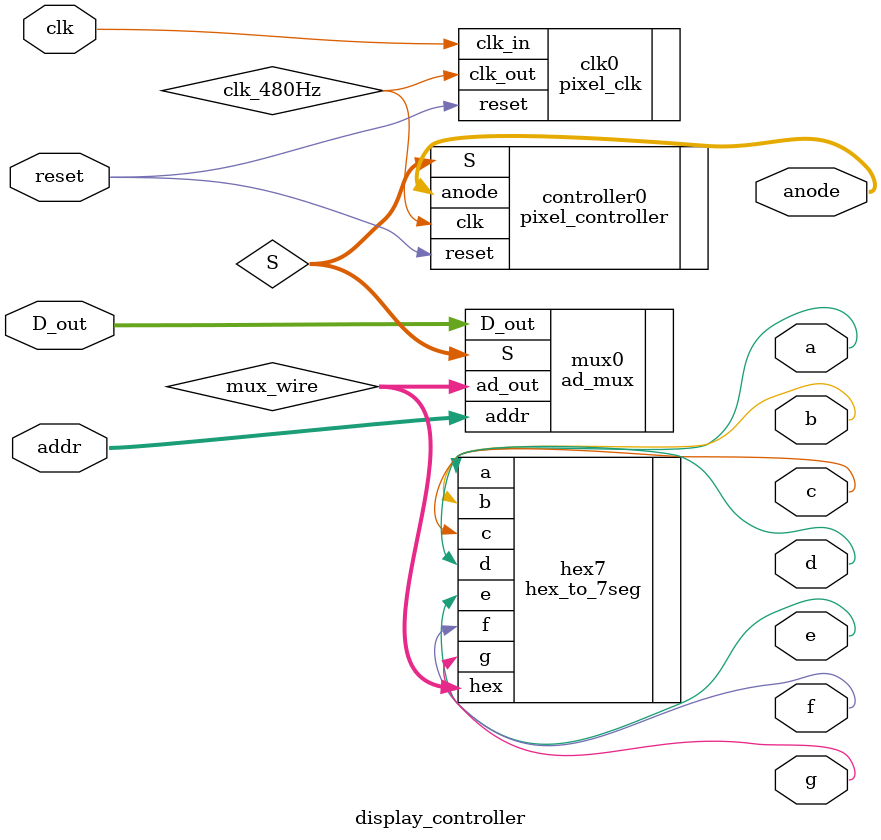
<source format=v>
`timescale 1ns / 1ps
module display_controller(clk, reset,addr, D_out, anode, a, b, c, d, e, f, g);

    // Input declarations
    input 		   clk , reset ;
    input  [7:0]  addr ;
    input  [15:0] D_out ;

    // Output declarations
    output [7:0] anode;
    output       a , b , c , d , e , f , g ;

    // Temp wires to pass binary data from module to module
    wire         clk_480Hz;
    wire   [2:0] S;
    wire   [3:0] mux_wire;

    // Instantiate pixel clock to divide the default clock of 100MHz to 480Hz
	 // The reason for using a 480Hz clock is to refresh the 7Segments on the 
	 // FPGA board
    pixel_clk        clk0        (.clk_in(clk) , 
						                .reset(reset) , 
						                .clk_out(clk_480Hz)) ;

	// Instantiate Pixel Controller
   // A Finite State Machine(FSM) counting up states
   // and outputs a select variable(S) that sends 
	// 3-bits of data to the 8-1 mux module to perform data selection on 
	// which inputs are to be selected in order to be represented on the display
    pixel_controller controller0 (.clk(clk_480Hz) , 
										    .reset(reset) , 
											 .S(S) , 
											 .anode(anode)) ;

    // Instantiates an address mux that sends 4-bit value to the 7 segment
	 // module. This 8-1 mux sends a nibble(4-bits) to the 
	 // Hex_to_7seg module to choose the correct segments to display on the board
	 ad_mux           mux0        (.addr(addr) , 
											 .S(S) , 
											 .D_out(D_out) , 
											 .ad_out(mux_wire)) ;


    // Instantiate the hex to 7 segment to display the values onto the board 
    hex_to_7seg      hex7        (.hex(mux_wire), 
											 .a(a) , .b(b) , .c(c) , .d(d) , 
											 .e(e) , .f(f) , .g(g));

endmodule // end of display controller module
</source>
